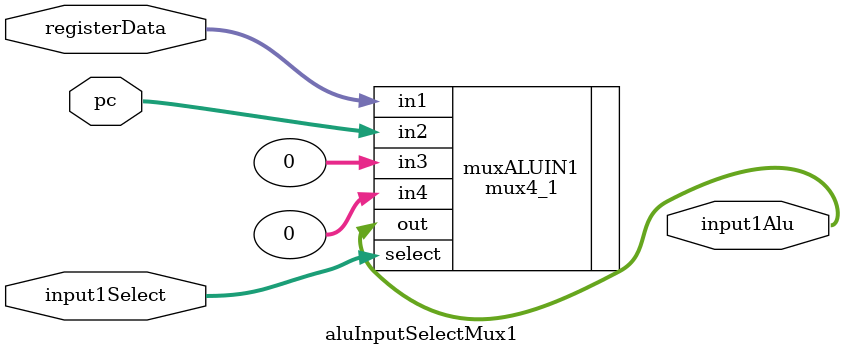
<source format=sv>
`include "../../Mux4_1/mux4_1.sv"

module aluInputSelectMux1(
    input logic [31:0]  registerData, // REGISTER
    input logic [31:0]  pc,           // PC
    input logic [1:0]   input1Select, // SELECT LINE 1
    output logic [31:0] input1Alu     // INPUT 1 TO ALU
);

    // 4 X 1  MUX
    mux4_1 muxALUIN1(
        .in1(registerData),
        .in2(pc),
      	.in3(32'b0),
      	.in4(32'b0),
        .select(input1Select),
        .out(input1Alu)
    );
endmodule
</source>
